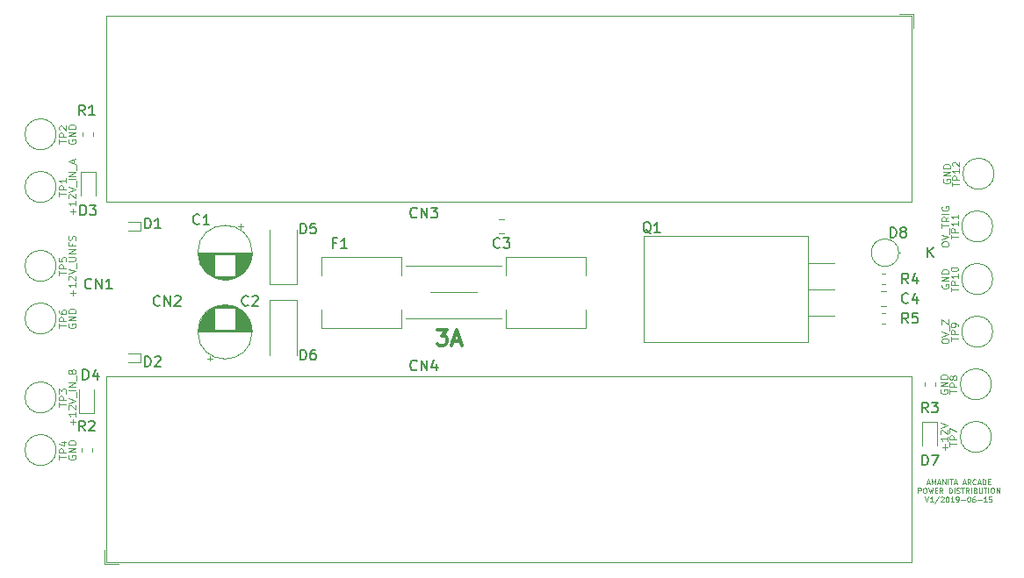
<source format=gbr>
G04 #@! TF.GenerationSoftware,KiCad,Pcbnew,5.0.2-bee76a0~70~ubuntu18.04.1*
G04 #@! TF.CreationDate,2019-06-21T09:24:01-07:00*
G04 #@! TF.ProjectId,aa-power,61612d70-6f77-4657-922e-6b696361645f,rev?*
G04 #@! TF.SameCoordinates,Original*
G04 #@! TF.FileFunction,Legend,Top*
G04 #@! TF.FilePolarity,Positive*
%FSLAX46Y46*%
G04 Gerber Fmt 4.6, Leading zero omitted, Abs format (unit mm)*
G04 Created by KiCad (PCBNEW 5.0.2-bee76a0~70~ubuntu18.04.1) date Fri 21 Jun 2019 09:24:01 AM PDT*
%MOMM*%
%LPD*%
G01*
G04 APERTURE LIST*
%ADD10C,0.076200*%
%ADD11C,0.300000*%
%ADD12C,0.120000*%
%ADD13C,0.100000*%
%ADD14C,0.150000*%
G04 APERTURE END LIST*
D10*
X189611000Y-118753466D02*
X189852904Y-118753466D01*
X189562619Y-118898609D02*
X189731952Y-118390609D01*
X189901285Y-118898609D01*
X190070619Y-118898609D02*
X190070619Y-118390609D01*
X190239952Y-118753466D01*
X190409285Y-118390609D01*
X190409285Y-118898609D01*
X190627000Y-118753466D02*
X190868904Y-118753466D01*
X190578619Y-118898609D02*
X190747952Y-118390609D01*
X190917285Y-118898609D01*
X191086619Y-118898609D02*
X191086619Y-118390609D01*
X191376904Y-118898609D01*
X191376904Y-118390609D01*
X191618809Y-118898609D02*
X191618809Y-118390609D01*
X191788142Y-118390609D02*
X192078428Y-118390609D01*
X191933285Y-118898609D02*
X191933285Y-118390609D01*
X192223571Y-118753466D02*
X192465476Y-118753466D01*
X192175190Y-118898609D02*
X192344523Y-118390609D01*
X192513857Y-118898609D01*
X193046047Y-118753466D02*
X193287952Y-118753466D01*
X192997666Y-118898609D02*
X193167000Y-118390609D01*
X193336333Y-118898609D01*
X193795952Y-118898609D02*
X193626619Y-118656704D01*
X193505666Y-118898609D02*
X193505666Y-118390609D01*
X193699190Y-118390609D01*
X193747571Y-118414800D01*
X193771761Y-118438990D01*
X193795952Y-118487371D01*
X193795952Y-118559942D01*
X193771761Y-118608323D01*
X193747571Y-118632514D01*
X193699190Y-118656704D01*
X193505666Y-118656704D01*
X194303952Y-118850228D02*
X194279761Y-118874419D01*
X194207190Y-118898609D01*
X194158809Y-118898609D01*
X194086238Y-118874419D01*
X194037857Y-118826038D01*
X194013666Y-118777657D01*
X193989476Y-118680895D01*
X193989476Y-118608323D01*
X194013666Y-118511561D01*
X194037857Y-118463180D01*
X194086238Y-118414800D01*
X194158809Y-118390609D01*
X194207190Y-118390609D01*
X194279761Y-118414800D01*
X194303952Y-118438990D01*
X194497476Y-118753466D02*
X194739380Y-118753466D01*
X194449095Y-118898609D02*
X194618428Y-118390609D01*
X194787761Y-118898609D01*
X194957095Y-118898609D02*
X194957095Y-118390609D01*
X195078047Y-118390609D01*
X195150619Y-118414800D01*
X195199000Y-118463180D01*
X195223190Y-118511561D01*
X195247380Y-118608323D01*
X195247380Y-118680895D01*
X195223190Y-118777657D01*
X195199000Y-118826038D01*
X195150619Y-118874419D01*
X195078047Y-118898609D01*
X194957095Y-118898609D01*
X195465095Y-118632514D02*
X195634428Y-118632514D01*
X195707000Y-118898609D02*
X195465095Y-118898609D01*
X195465095Y-118390609D01*
X195707000Y-118390609D01*
X188740142Y-119736809D02*
X188740142Y-119228809D01*
X188933666Y-119228809D01*
X188982047Y-119253000D01*
X189006238Y-119277190D01*
X189030428Y-119325571D01*
X189030428Y-119398142D01*
X189006238Y-119446523D01*
X188982047Y-119470714D01*
X188933666Y-119494904D01*
X188740142Y-119494904D01*
X189344904Y-119228809D02*
X189441666Y-119228809D01*
X189490047Y-119253000D01*
X189538428Y-119301380D01*
X189562619Y-119398142D01*
X189562619Y-119567476D01*
X189538428Y-119664238D01*
X189490047Y-119712619D01*
X189441666Y-119736809D01*
X189344904Y-119736809D01*
X189296523Y-119712619D01*
X189248142Y-119664238D01*
X189223952Y-119567476D01*
X189223952Y-119398142D01*
X189248142Y-119301380D01*
X189296523Y-119253000D01*
X189344904Y-119228809D01*
X189731952Y-119228809D02*
X189852904Y-119736809D01*
X189949666Y-119373952D01*
X190046428Y-119736809D01*
X190167380Y-119228809D01*
X190360904Y-119470714D02*
X190530238Y-119470714D01*
X190602809Y-119736809D02*
X190360904Y-119736809D01*
X190360904Y-119228809D01*
X190602809Y-119228809D01*
X191110809Y-119736809D02*
X190941476Y-119494904D01*
X190820523Y-119736809D02*
X190820523Y-119228809D01*
X191014047Y-119228809D01*
X191062428Y-119253000D01*
X191086619Y-119277190D01*
X191110809Y-119325571D01*
X191110809Y-119398142D01*
X191086619Y-119446523D01*
X191062428Y-119470714D01*
X191014047Y-119494904D01*
X190820523Y-119494904D01*
X191715571Y-119736809D02*
X191715571Y-119228809D01*
X191836523Y-119228809D01*
X191909095Y-119253000D01*
X191957476Y-119301380D01*
X191981666Y-119349761D01*
X192005857Y-119446523D01*
X192005857Y-119519095D01*
X191981666Y-119615857D01*
X191957476Y-119664238D01*
X191909095Y-119712619D01*
X191836523Y-119736809D01*
X191715571Y-119736809D01*
X192223571Y-119736809D02*
X192223571Y-119228809D01*
X192441285Y-119712619D02*
X192513857Y-119736809D01*
X192634809Y-119736809D01*
X192683190Y-119712619D01*
X192707380Y-119688428D01*
X192731571Y-119640047D01*
X192731571Y-119591666D01*
X192707380Y-119543285D01*
X192683190Y-119519095D01*
X192634809Y-119494904D01*
X192538047Y-119470714D01*
X192489666Y-119446523D01*
X192465476Y-119422333D01*
X192441285Y-119373952D01*
X192441285Y-119325571D01*
X192465476Y-119277190D01*
X192489666Y-119253000D01*
X192538047Y-119228809D01*
X192659000Y-119228809D01*
X192731571Y-119253000D01*
X192876714Y-119228809D02*
X193167000Y-119228809D01*
X193021857Y-119736809D02*
X193021857Y-119228809D01*
X193626619Y-119736809D02*
X193457285Y-119494904D01*
X193336333Y-119736809D02*
X193336333Y-119228809D01*
X193529857Y-119228809D01*
X193578238Y-119253000D01*
X193602428Y-119277190D01*
X193626619Y-119325571D01*
X193626619Y-119398142D01*
X193602428Y-119446523D01*
X193578238Y-119470714D01*
X193529857Y-119494904D01*
X193336333Y-119494904D01*
X193844333Y-119736809D02*
X193844333Y-119228809D01*
X194255571Y-119470714D02*
X194328142Y-119494904D01*
X194352333Y-119519095D01*
X194376523Y-119567476D01*
X194376523Y-119640047D01*
X194352333Y-119688428D01*
X194328142Y-119712619D01*
X194279761Y-119736809D01*
X194086238Y-119736809D01*
X194086238Y-119228809D01*
X194255571Y-119228809D01*
X194303952Y-119253000D01*
X194328142Y-119277190D01*
X194352333Y-119325571D01*
X194352333Y-119373952D01*
X194328142Y-119422333D01*
X194303952Y-119446523D01*
X194255571Y-119470714D01*
X194086238Y-119470714D01*
X194594238Y-119228809D02*
X194594238Y-119640047D01*
X194618428Y-119688428D01*
X194642619Y-119712619D01*
X194691000Y-119736809D01*
X194787761Y-119736809D01*
X194836142Y-119712619D01*
X194860333Y-119688428D01*
X194884523Y-119640047D01*
X194884523Y-119228809D01*
X195053857Y-119228809D02*
X195344142Y-119228809D01*
X195199000Y-119736809D02*
X195199000Y-119228809D01*
X195513476Y-119736809D02*
X195513476Y-119228809D01*
X195852142Y-119228809D02*
X195948904Y-119228809D01*
X195997285Y-119253000D01*
X196045666Y-119301380D01*
X196069857Y-119398142D01*
X196069857Y-119567476D01*
X196045666Y-119664238D01*
X195997285Y-119712619D01*
X195948904Y-119736809D01*
X195852142Y-119736809D01*
X195803761Y-119712619D01*
X195755380Y-119664238D01*
X195731190Y-119567476D01*
X195731190Y-119398142D01*
X195755380Y-119301380D01*
X195803761Y-119253000D01*
X195852142Y-119228809D01*
X196287571Y-119736809D02*
X196287571Y-119228809D01*
X196577857Y-119736809D01*
X196577857Y-119228809D01*
X189417476Y-120067009D02*
X189586809Y-120575009D01*
X189756142Y-120067009D01*
X190191571Y-120575009D02*
X189901285Y-120575009D01*
X190046428Y-120575009D02*
X190046428Y-120067009D01*
X189998047Y-120139580D01*
X189949666Y-120187961D01*
X189901285Y-120212152D01*
X190772142Y-120042819D02*
X190336714Y-120695961D01*
X190917285Y-120115390D02*
X190941476Y-120091200D01*
X190989857Y-120067009D01*
X191110809Y-120067009D01*
X191159190Y-120091200D01*
X191183380Y-120115390D01*
X191207571Y-120163771D01*
X191207571Y-120212152D01*
X191183380Y-120284723D01*
X190893095Y-120575009D01*
X191207571Y-120575009D01*
X191522047Y-120067009D02*
X191570428Y-120067009D01*
X191618809Y-120091200D01*
X191643000Y-120115390D01*
X191667190Y-120163771D01*
X191691380Y-120260533D01*
X191691380Y-120381485D01*
X191667190Y-120478247D01*
X191643000Y-120526628D01*
X191618809Y-120550819D01*
X191570428Y-120575009D01*
X191522047Y-120575009D01*
X191473666Y-120550819D01*
X191449476Y-120526628D01*
X191425285Y-120478247D01*
X191401095Y-120381485D01*
X191401095Y-120260533D01*
X191425285Y-120163771D01*
X191449476Y-120115390D01*
X191473666Y-120091200D01*
X191522047Y-120067009D01*
X192175190Y-120575009D02*
X191884904Y-120575009D01*
X192030047Y-120575009D02*
X192030047Y-120067009D01*
X191981666Y-120139580D01*
X191933285Y-120187961D01*
X191884904Y-120212152D01*
X192417095Y-120575009D02*
X192513857Y-120575009D01*
X192562238Y-120550819D01*
X192586428Y-120526628D01*
X192634809Y-120454057D01*
X192659000Y-120357295D01*
X192659000Y-120163771D01*
X192634809Y-120115390D01*
X192610619Y-120091200D01*
X192562238Y-120067009D01*
X192465476Y-120067009D01*
X192417095Y-120091200D01*
X192392904Y-120115390D01*
X192368714Y-120163771D01*
X192368714Y-120284723D01*
X192392904Y-120333104D01*
X192417095Y-120357295D01*
X192465476Y-120381485D01*
X192562238Y-120381485D01*
X192610619Y-120357295D01*
X192634809Y-120333104D01*
X192659000Y-120284723D01*
X192876714Y-120381485D02*
X193263761Y-120381485D01*
X193602428Y-120067009D02*
X193650809Y-120067009D01*
X193699190Y-120091200D01*
X193723380Y-120115390D01*
X193747571Y-120163771D01*
X193771761Y-120260533D01*
X193771761Y-120381485D01*
X193747571Y-120478247D01*
X193723380Y-120526628D01*
X193699190Y-120550819D01*
X193650809Y-120575009D01*
X193602428Y-120575009D01*
X193554047Y-120550819D01*
X193529857Y-120526628D01*
X193505666Y-120478247D01*
X193481476Y-120381485D01*
X193481476Y-120260533D01*
X193505666Y-120163771D01*
X193529857Y-120115390D01*
X193554047Y-120091200D01*
X193602428Y-120067009D01*
X194207190Y-120067009D02*
X194110428Y-120067009D01*
X194062047Y-120091200D01*
X194037857Y-120115390D01*
X193989476Y-120187961D01*
X193965285Y-120284723D01*
X193965285Y-120478247D01*
X193989476Y-120526628D01*
X194013666Y-120550819D01*
X194062047Y-120575009D01*
X194158809Y-120575009D01*
X194207190Y-120550819D01*
X194231380Y-120526628D01*
X194255571Y-120478247D01*
X194255571Y-120357295D01*
X194231380Y-120308914D01*
X194207190Y-120284723D01*
X194158809Y-120260533D01*
X194062047Y-120260533D01*
X194013666Y-120284723D01*
X193989476Y-120308914D01*
X193965285Y-120357295D01*
X194473285Y-120381485D02*
X194860333Y-120381485D01*
X195368333Y-120575009D02*
X195078047Y-120575009D01*
X195223190Y-120575009D02*
X195223190Y-120067009D01*
X195174809Y-120139580D01*
X195126428Y-120187961D01*
X195078047Y-120212152D01*
X195827952Y-120067009D02*
X195586047Y-120067009D01*
X195561857Y-120308914D01*
X195586047Y-120284723D01*
X195634428Y-120260533D01*
X195755380Y-120260533D01*
X195803761Y-120284723D01*
X195827952Y-120308914D01*
X195852142Y-120357295D01*
X195852142Y-120478247D01*
X195827952Y-120526628D01*
X195803761Y-120550819D01*
X195755380Y-120575009D01*
X195634428Y-120575009D01*
X195586047Y-120550819D01*
X195561857Y-120526628D01*
D11*
X142367142Y-103953571D02*
X143295714Y-103953571D01*
X142795714Y-104525000D01*
X143010000Y-104525000D01*
X143152857Y-104596428D01*
X143224285Y-104667857D01*
X143295714Y-104810714D01*
X143295714Y-105167857D01*
X143224285Y-105310714D01*
X143152857Y-105382142D01*
X143010000Y-105453571D01*
X142581428Y-105453571D01*
X142438571Y-105382142D01*
X142367142Y-105310714D01*
X143867142Y-105025000D02*
X144581428Y-105025000D01*
X143724285Y-105453571D02*
X144224285Y-103953571D01*
X144724285Y-105453571D01*
D12*
G04 #@! TO.C,D8*
X186873371Y-96520000D02*
G75*
G03X186873371Y-96520000I-1326371J0D01*
G01*
X186873371Y-96520000D02*
X186987000Y-96520000D01*
G04 #@! TO.C,TP12*
X196064000Y-88900000D02*
G75*
G03X196064000Y-88900000I-1500000J0D01*
G01*
G04 #@! TO.C,TP10*
X195937000Y-99060000D02*
G75*
G03X195937000Y-99060000I-1500000J0D01*
G01*
G04 #@! TO.C,TP9*
X195937000Y-104140000D02*
G75*
G03X195937000Y-104140000I-1500000J0D01*
G01*
G04 #@! TO.C,TP8*
X195810000Y-109220000D02*
G75*
G03X195810000Y-109220000I-1500000J0D01*
G01*
G04 #@! TO.C,TP11*
X195937000Y-93980000D02*
G75*
G03X195937000Y-93980000I-1500000J0D01*
G01*
G04 #@! TO.C,TP7*
X195810000Y-114300000D02*
G75*
G03X195810000Y-114300000I-1500000J0D01*
G01*
G04 #@! TO.C,TP6*
X105640000Y-102870000D02*
G75*
G03X105640000Y-102870000I-1500000J0D01*
G01*
G04 #@! TO.C,TP5*
X105640000Y-97790000D02*
G75*
G03X105640000Y-97790000I-1500000J0D01*
G01*
G04 #@! TO.C,TP4*
X105640000Y-115570000D02*
G75*
G03X105640000Y-115570000I-1500000J0D01*
G01*
G04 #@! TO.C,TP3*
X105640000Y-110490000D02*
G75*
G03X105640000Y-110490000I-1500000J0D01*
G01*
G04 #@! TO.C,TP2*
X105640000Y-85090000D02*
G75*
G03X105640000Y-85090000I-1500000J0D01*
G01*
G04 #@! TO.C,TP1*
X105640000Y-90170000D02*
G75*
G03X105640000Y-90170000I-1500000J0D01*
G01*
G04 #@! TO.C,Q1*
X178152162Y-105172621D02*
X178152162Y-94932621D01*
X162262162Y-105172621D02*
X162262162Y-94932621D01*
X162262162Y-105172621D02*
X178152162Y-105172621D01*
X162262162Y-94932621D02*
X178152162Y-94932621D01*
X178152162Y-102592621D02*
X180692162Y-102592621D01*
X178152162Y-100052621D02*
X180692162Y-100052621D01*
X178152162Y-97512621D02*
X180692162Y-97512621D01*
G04 #@! TO.C,C4*
X185678578Y-101675000D02*
X185161422Y-101675000D01*
X185678578Y-100255000D02*
X185161422Y-100255000D01*
G04 #@! TO.C,C2*
X120195000Y-106714775D02*
X120695000Y-106714775D01*
X120445000Y-106964775D02*
X120445000Y-106464775D01*
X121636000Y-101559000D02*
X122204000Y-101559000D01*
X121402000Y-101599000D02*
X122438000Y-101599000D01*
X121243000Y-101639000D02*
X122597000Y-101639000D01*
X121115000Y-101679000D02*
X122725000Y-101679000D01*
X121005000Y-101719000D02*
X122835000Y-101719000D01*
X120909000Y-101759000D02*
X122931000Y-101759000D01*
X120822000Y-101799000D02*
X123018000Y-101799000D01*
X120742000Y-101839000D02*
X123098000Y-101839000D01*
X122960000Y-101879000D02*
X123171000Y-101879000D01*
X120669000Y-101879000D02*
X120880000Y-101879000D01*
X122960000Y-101919000D02*
X123239000Y-101919000D01*
X120601000Y-101919000D02*
X120880000Y-101919000D01*
X122960000Y-101959000D02*
X123303000Y-101959000D01*
X120537000Y-101959000D02*
X120880000Y-101959000D01*
X122960000Y-101999000D02*
X123363000Y-101999000D01*
X120477000Y-101999000D02*
X120880000Y-101999000D01*
X122960000Y-102039000D02*
X123420000Y-102039000D01*
X120420000Y-102039000D02*
X120880000Y-102039000D01*
X122960000Y-102079000D02*
X123474000Y-102079000D01*
X120366000Y-102079000D02*
X120880000Y-102079000D01*
X122960000Y-102119000D02*
X123525000Y-102119000D01*
X120315000Y-102119000D02*
X120880000Y-102119000D01*
X122960000Y-102159000D02*
X123573000Y-102159000D01*
X120267000Y-102159000D02*
X120880000Y-102159000D01*
X122960000Y-102199000D02*
X123619000Y-102199000D01*
X120221000Y-102199000D02*
X120880000Y-102199000D01*
X122960000Y-102239000D02*
X123663000Y-102239000D01*
X120177000Y-102239000D02*
X120880000Y-102239000D01*
X122960000Y-102279000D02*
X123705000Y-102279000D01*
X120135000Y-102279000D02*
X120880000Y-102279000D01*
X122960000Y-102319000D02*
X123746000Y-102319000D01*
X120094000Y-102319000D02*
X120880000Y-102319000D01*
X122960000Y-102359000D02*
X123784000Y-102359000D01*
X120056000Y-102359000D02*
X120880000Y-102359000D01*
X122960000Y-102399000D02*
X123821000Y-102399000D01*
X120019000Y-102399000D02*
X120880000Y-102399000D01*
X122960000Y-102439000D02*
X123857000Y-102439000D01*
X119983000Y-102439000D02*
X120880000Y-102439000D01*
X122960000Y-102479000D02*
X123891000Y-102479000D01*
X119949000Y-102479000D02*
X120880000Y-102479000D01*
X122960000Y-102519000D02*
X123924000Y-102519000D01*
X119916000Y-102519000D02*
X120880000Y-102519000D01*
X122960000Y-102559000D02*
X123955000Y-102559000D01*
X119885000Y-102559000D02*
X120880000Y-102559000D01*
X122960000Y-102599000D02*
X123985000Y-102599000D01*
X119855000Y-102599000D02*
X120880000Y-102599000D01*
X122960000Y-102639000D02*
X124015000Y-102639000D01*
X119825000Y-102639000D02*
X120880000Y-102639000D01*
X122960000Y-102679000D02*
X124042000Y-102679000D01*
X119798000Y-102679000D02*
X120880000Y-102679000D01*
X122960000Y-102719000D02*
X124069000Y-102719000D01*
X119771000Y-102719000D02*
X120880000Y-102719000D01*
X122960000Y-102759000D02*
X124095000Y-102759000D01*
X119745000Y-102759000D02*
X120880000Y-102759000D01*
X122960000Y-102799000D02*
X124120000Y-102799000D01*
X119720000Y-102799000D02*
X120880000Y-102799000D01*
X122960000Y-102839000D02*
X124144000Y-102839000D01*
X119696000Y-102839000D02*
X120880000Y-102839000D01*
X122960000Y-102879000D02*
X124167000Y-102879000D01*
X119673000Y-102879000D02*
X120880000Y-102879000D01*
X122960000Y-102919000D02*
X124188000Y-102919000D01*
X119652000Y-102919000D02*
X120880000Y-102919000D01*
X122960000Y-102959000D02*
X124210000Y-102959000D01*
X119630000Y-102959000D02*
X120880000Y-102959000D01*
X122960000Y-102999000D02*
X124230000Y-102999000D01*
X119610000Y-102999000D02*
X120880000Y-102999000D01*
X122960000Y-103039000D02*
X124249000Y-103039000D01*
X119591000Y-103039000D02*
X120880000Y-103039000D01*
X122960000Y-103079000D02*
X124268000Y-103079000D01*
X119572000Y-103079000D02*
X120880000Y-103079000D01*
X122960000Y-103119000D02*
X124285000Y-103119000D01*
X119555000Y-103119000D02*
X120880000Y-103119000D01*
X122960000Y-103159000D02*
X124302000Y-103159000D01*
X119538000Y-103159000D02*
X120880000Y-103159000D01*
X122960000Y-103199000D02*
X124318000Y-103199000D01*
X119522000Y-103199000D02*
X120880000Y-103199000D01*
X122960000Y-103239000D02*
X124334000Y-103239000D01*
X119506000Y-103239000D02*
X120880000Y-103239000D01*
X122960000Y-103279000D02*
X124348000Y-103279000D01*
X119492000Y-103279000D02*
X120880000Y-103279000D01*
X122960000Y-103319000D02*
X124362000Y-103319000D01*
X119478000Y-103319000D02*
X120880000Y-103319000D01*
X122960000Y-103359000D02*
X124375000Y-103359000D01*
X119465000Y-103359000D02*
X120880000Y-103359000D01*
X122960000Y-103399000D02*
X124388000Y-103399000D01*
X119452000Y-103399000D02*
X120880000Y-103399000D01*
X122960000Y-103439000D02*
X124400000Y-103439000D01*
X119440000Y-103439000D02*
X120880000Y-103439000D01*
X122960000Y-103480000D02*
X124411000Y-103480000D01*
X119429000Y-103480000D02*
X120880000Y-103480000D01*
X122960000Y-103520000D02*
X124421000Y-103520000D01*
X119419000Y-103520000D02*
X120880000Y-103520000D01*
X122960000Y-103560000D02*
X124431000Y-103560000D01*
X119409000Y-103560000D02*
X120880000Y-103560000D01*
X122960000Y-103600000D02*
X124440000Y-103600000D01*
X119400000Y-103600000D02*
X120880000Y-103600000D01*
X122960000Y-103640000D02*
X124448000Y-103640000D01*
X119392000Y-103640000D02*
X120880000Y-103640000D01*
X122960000Y-103680000D02*
X124456000Y-103680000D01*
X119384000Y-103680000D02*
X120880000Y-103680000D01*
X122960000Y-103720000D02*
X124463000Y-103720000D01*
X119377000Y-103720000D02*
X120880000Y-103720000D01*
X122960000Y-103760000D02*
X124470000Y-103760000D01*
X119370000Y-103760000D02*
X120880000Y-103760000D01*
X122960000Y-103800000D02*
X124476000Y-103800000D01*
X119364000Y-103800000D02*
X120880000Y-103800000D01*
X122960000Y-103840000D02*
X124481000Y-103840000D01*
X119359000Y-103840000D02*
X120880000Y-103840000D01*
X122960000Y-103880000D02*
X124485000Y-103880000D01*
X119355000Y-103880000D02*
X120880000Y-103880000D01*
X122960000Y-103920000D02*
X124489000Y-103920000D01*
X119351000Y-103920000D02*
X120880000Y-103920000D01*
X119347000Y-103960000D02*
X124493000Y-103960000D01*
X119344000Y-104000000D02*
X124496000Y-104000000D01*
X119342000Y-104040000D02*
X124498000Y-104040000D01*
X119341000Y-104080000D02*
X124499000Y-104080000D01*
X119340000Y-104120000D02*
X124500000Y-104120000D01*
X119340000Y-104160000D02*
X124500000Y-104160000D01*
X124540000Y-104160000D02*
G75*
G03X124540000Y-104160000I-2620000J0D01*
G01*
G04 #@! TO.C,C1*
X124540000Y-96500000D02*
G75*
G03X124540000Y-96500000I-2620000J0D01*
G01*
X124500000Y-96500000D02*
X119340000Y-96500000D01*
X124500000Y-96540000D02*
X119340000Y-96540000D01*
X124499000Y-96580000D02*
X119341000Y-96580000D01*
X124498000Y-96620000D02*
X119342000Y-96620000D01*
X124496000Y-96660000D02*
X119344000Y-96660000D01*
X124493000Y-96700000D02*
X119347000Y-96700000D01*
X124489000Y-96740000D02*
X122960000Y-96740000D01*
X120880000Y-96740000D02*
X119351000Y-96740000D01*
X124485000Y-96780000D02*
X122960000Y-96780000D01*
X120880000Y-96780000D02*
X119355000Y-96780000D01*
X124481000Y-96820000D02*
X122960000Y-96820000D01*
X120880000Y-96820000D02*
X119359000Y-96820000D01*
X124476000Y-96860000D02*
X122960000Y-96860000D01*
X120880000Y-96860000D02*
X119364000Y-96860000D01*
X124470000Y-96900000D02*
X122960000Y-96900000D01*
X120880000Y-96900000D02*
X119370000Y-96900000D01*
X124463000Y-96940000D02*
X122960000Y-96940000D01*
X120880000Y-96940000D02*
X119377000Y-96940000D01*
X124456000Y-96980000D02*
X122960000Y-96980000D01*
X120880000Y-96980000D02*
X119384000Y-96980000D01*
X124448000Y-97020000D02*
X122960000Y-97020000D01*
X120880000Y-97020000D02*
X119392000Y-97020000D01*
X124440000Y-97060000D02*
X122960000Y-97060000D01*
X120880000Y-97060000D02*
X119400000Y-97060000D01*
X124431000Y-97100000D02*
X122960000Y-97100000D01*
X120880000Y-97100000D02*
X119409000Y-97100000D01*
X124421000Y-97140000D02*
X122960000Y-97140000D01*
X120880000Y-97140000D02*
X119419000Y-97140000D01*
X124411000Y-97180000D02*
X122960000Y-97180000D01*
X120880000Y-97180000D02*
X119429000Y-97180000D01*
X124400000Y-97221000D02*
X122960000Y-97221000D01*
X120880000Y-97221000D02*
X119440000Y-97221000D01*
X124388000Y-97261000D02*
X122960000Y-97261000D01*
X120880000Y-97261000D02*
X119452000Y-97261000D01*
X124375000Y-97301000D02*
X122960000Y-97301000D01*
X120880000Y-97301000D02*
X119465000Y-97301000D01*
X124362000Y-97341000D02*
X122960000Y-97341000D01*
X120880000Y-97341000D02*
X119478000Y-97341000D01*
X124348000Y-97381000D02*
X122960000Y-97381000D01*
X120880000Y-97381000D02*
X119492000Y-97381000D01*
X124334000Y-97421000D02*
X122960000Y-97421000D01*
X120880000Y-97421000D02*
X119506000Y-97421000D01*
X124318000Y-97461000D02*
X122960000Y-97461000D01*
X120880000Y-97461000D02*
X119522000Y-97461000D01*
X124302000Y-97501000D02*
X122960000Y-97501000D01*
X120880000Y-97501000D02*
X119538000Y-97501000D01*
X124285000Y-97541000D02*
X122960000Y-97541000D01*
X120880000Y-97541000D02*
X119555000Y-97541000D01*
X124268000Y-97581000D02*
X122960000Y-97581000D01*
X120880000Y-97581000D02*
X119572000Y-97581000D01*
X124249000Y-97621000D02*
X122960000Y-97621000D01*
X120880000Y-97621000D02*
X119591000Y-97621000D01*
X124230000Y-97661000D02*
X122960000Y-97661000D01*
X120880000Y-97661000D02*
X119610000Y-97661000D01*
X124210000Y-97701000D02*
X122960000Y-97701000D01*
X120880000Y-97701000D02*
X119630000Y-97701000D01*
X124188000Y-97741000D02*
X122960000Y-97741000D01*
X120880000Y-97741000D02*
X119652000Y-97741000D01*
X124167000Y-97781000D02*
X122960000Y-97781000D01*
X120880000Y-97781000D02*
X119673000Y-97781000D01*
X124144000Y-97821000D02*
X122960000Y-97821000D01*
X120880000Y-97821000D02*
X119696000Y-97821000D01*
X124120000Y-97861000D02*
X122960000Y-97861000D01*
X120880000Y-97861000D02*
X119720000Y-97861000D01*
X124095000Y-97901000D02*
X122960000Y-97901000D01*
X120880000Y-97901000D02*
X119745000Y-97901000D01*
X124069000Y-97941000D02*
X122960000Y-97941000D01*
X120880000Y-97941000D02*
X119771000Y-97941000D01*
X124042000Y-97981000D02*
X122960000Y-97981000D01*
X120880000Y-97981000D02*
X119798000Y-97981000D01*
X124015000Y-98021000D02*
X122960000Y-98021000D01*
X120880000Y-98021000D02*
X119825000Y-98021000D01*
X123985000Y-98061000D02*
X122960000Y-98061000D01*
X120880000Y-98061000D02*
X119855000Y-98061000D01*
X123955000Y-98101000D02*
X122960000Y-98101000D01*
X120880000Y-98101000D02*
X119885000Y-98101000D01*
X123924000Y-98141000D02*
X122960000Y-98141000D01*
X120880000Y-98141000D02*
X119916000Y-98141000D01*
X123891000Y-98181000D02*
X122960000Y-98181000D01*
X120880000Y-98181000D02*
X119949000Y-98181000D01*
X123857000Y-98221000D02*
X122960000Y-98221000D01*
X120880000Y-98221000D02*
X119983000Y-98221000D01*
X123821000Y-98261000D02*
X122960000Y-98261000D01*
X120880000Y-98261000D02*
X120019000Y-98261000D01*
X123784000Y-98301000D02*
X122960000Y-98301000D01*
X120880000Y-98301000D02*
X120056000Y-98301000D01*
X123746000Y-98341000D02*
X122960000Y-98341000D01*
X120880000Y-98341000D02*
X120094000Y-98341000D01*
X123705000Y-98381000D02*
X122960000Y-98381000D01*
X120880000Y-98381000D02*
X120135000Y-98381000D01*
X123663000Y-98421000D02*
X122960000Y-98421000D01*
X120880000Y-98421000D02*
X120177000Y-98421000D01*
X123619000Y-98461000D02*
X122960000Y-98461000D01*
X120880000Y-98461000D02*
X120221000Y-98461000D01*
X123573000Y-98501000D02*
X122960000Y-98501000D01*
X120880000Y-98501000D02*
X120267000Y-98501000D01*
X123525000Y-98541000D02*
X122960000Y-98541000D01*
X120880000Y-98541000D02*
X120315000Y-98541000D01*
X123474000Y-98581000D02*
X122960000Y-98581000D01*
X120880000Y-98581000D02*
X120366000Y-98581000D01*
X123420000Y-98621000D02*
X122960000Y-98621000D01*
X120880000Y-98621000D02*
X120420000Y-98621000D01*
X123363000Y-98661000D02*
X122960000Y-98661000D01*
X120880000Y-98661000D02*
X120477000Y-98661000D01*
X123303000Y-98701000D02*
X122960000Y-98701000D01*
X120880000Y-98701000D02*
X120537000Y-98701000D01*
X123239000Y-98741000D02*
X122960000Y-98741000D01*
X120880000Y-98741000D02*
X120601000Y-98741000D01*
X123171000Y-98781000D02*
X122960000Y-98781000D01*
X120880000Y-98781000D02*
X120669000Y-98781000D01*
X123098000Y-98821000D02*
X120742000Y-98821000D01*
X123018000Y-98861000D02*
X120822000Y-98861000D01*
X122931000Y-98901000D02*
X120909000Y-98901000D01*
X122835000Y-98941000D02*
X121005000Y-98941000D01*
X122725000Y-98981000D02*
X121115000Y-98981000D01*
X122597000Y-99021000D02*
X121243000Y-99021000D01*
X122438000Y-99061000D02*
X121402000Y-99061000D01*
X122204000Y-99101000D02*
X121636000Y-99101000D01*
X123395000Y-93695225D02*
X123395000Y-94195225D01*
X123645000Y-93945225D02*
X123145000Y-93945225D01*
G04 #@! TO.C,C3*
X148848578Y-94690000D02*
X148331422Y-94690000D01*
X148848578Y-93270000D02*
X148331422Y-93270000D01*
G04 #@! TO.C,D3*
X109447000Y-90970000D02*
X109447000Y-88685000D01*
X109447000Y-88685000D02*
X107977000Y-88685000D01*
X107977000Y-88685000D02*
X107977000Y-90970000D01*
G04 #@! TO.C,D4*
X109320000Y-111975000D02*
X109320000Y-109690000D01*
X107850000Y-111975000D02*
X109320000Y-111975000D01*
X107850000Y-109690000D02*
X107850000Y-111975000D01*
G04 #@! TO.C,D7*
X190600000Y-115100000D02*
X190600000Y-112815000D01*
X190600000Y-112815000D02*
X189130000Y-112815000D01*
X189130000Y-112815000D02*
X189130000Y-115100000D01*
G04 #@! TO.C,R5*
X185582779Y-103380000D02*
X185257221Y-103380000D01*
X185582779Y-102360000D02*
X185257221Y-102360000D01*
G04 #@! TO.C,R4*
X185257221Y-99570000D02*
X185582779Y-99570000D01*
X185257221Y-98550000D02*
X185582779Y-98550000D01*
G04 #@! TO.C,R2*
X108075000Y-115732779D02*
X108075000Y-115407221D01*
X109095000Y-115732779D02*
X109095000Y-115407221D01*
G04 #@! TO.C,R1*
X108202000Y-84927221D02*
X108202000Y-85252779D01*
X109222000Y-84927221D02*
X109222000Y-85252779D01*
G04 #@! TO.C,R3*
X190375000Y-109057221D02*
X190375000Y-109382779D01*
X189355000Y-109057221D02*
X189355000Y-109382779D01*
G04 #@! TO.C,D5*
X126208000Y-99570000D02*
X126208000Y-94270000D01*
X128808000Y-99570000D02*
X128808000Y-94270000D01*
X126208000Y-99570000D02*
X128808000Y-99570000D01*
G04 #@! TO.C,D6*
X128808000Y-101090000D02*
X126208000Y-101090000D01*
X126208000Y-101090000D02*
X126208000Y-106390000D01*
X128808000Y-101090000D02*
X128808000Y-106390000D01*
G04 #@! TO.C,D2*
X113780000Y-107130000D02*
X112580000Y-107130000D01*
X113780000Y-106230000D02*
X112580000Y-106230000D01*
X113780000Y-107130000D02*
X113780000Y-106230000D01*
G04 #@! TO.C,D1*
X113780000Y-94430000D02*
X113780000Y-93530000D01*
X113780000Y-93530000D02*
X112580000Y-93530000D01*
X113780000Y-94430000D02*
X112580000Y-94430000D01*
G04 #@! TO.C,F1*
X148590000Y-102870000D02*
X139319000Y-102870000D01*
X139319000Y-97790000D02*
X148590000Y-97790000D01*
X146177000Y-100330000D02*
X141732000Y-100330000D01*
X148971000Y-103759000D02*
X156718000Y-103759000D01*
X148971000Y-101981000D02*
X148971000Y-103751000D01*
X156718000Y-96901000D02*
X148971000Y-96901000D01*
X156718000Y-103751000D02*
X156718000Y-101981000D01*
X148971000Y-98679000D02*
X148971000Y-96901000D01*
X156718000Y-96901000D02*
X156718000Y-98679000D01*
X131191000Y-98679000D02*
X131191000Y-96901000D01*
X131191000Y-101981000D02*
X131191000Y-103751000D01*
X138938000Y-96901000D02*
X131191000Y-96901000D01*
X138938000Y-96901000D02*
X138938000Y-98679000D01*
X131191000Y-103759000D02*
X138938000Y-103759000D01*
X138938000Y-103751000D02*
X138938000Y-101981000D01*
D13*
G04 #@! TO.C,CN3*
X188264800Y-73482200D02*
X186944000Y-73482200D01*
X188264800Y-74803000D02*
X188264800Y-73482200D01*
X188087000Y-73660000D02*
X188087000Y-91567000D01*
X110490000Y-73660000D02*
X188087000Y-73660000D01*
X110490000Y-91567000D02*
X110490000Y-73660000D01*
X188087000Y-91567000D02*
X110490000Y-91567000D01*
G04 #@! TO.C,CN4*
X110490000Y-108458000D02*
X188087000Y-108458000D01*
X188087000Y-108458000D02*
X188087000Y-126365000D01*
X188087000Y-126365000D02*
X110490000Y-126365000D01*
X110490000Y-126365000D02*
X110490000Y-108458000D01*
X110312200Y-125222000D02*
X110312200Y-126542800D01*
X110312200Y-126542800D02*
X111633000Y-126542800D01*
G04 #@! TO.C,D8*
D14*
X186078904Y-95067380D02*
X186078904Y-94067380D01*
X186317000Y-94067380D01*
X186459857Y-94115000D01*
X186555095Y-94210238D01*
X186602714Y-94305476D01*
X186650333Y-94495952D01*
X186650333Y-94638809D01*
X186602714Y-94829285D01*
X186555095Y-94924523D01*
X186459857Y-95019761D01*
X186317000Y-95067380D01*
X186078904Y-95067380D01*
X187221761Y-94495952D02*
X187126523Y-94448333D01*
X187078904Y-94400714D01*
X187031285Y-94305476D01*
X187031285Y-94257857D01*
X187078904Y-94162619D01*
X187126523Y-94115000D01*
X187221761Y-94067380D01*
X187412238Y-94067380D01*
X187507476Y-94115000D01*
X187555095Y-94162619D01*
X187602714Y-94257857D01*
X187602714Y-94305476D01*
X187555095Y-94400714D01*
X187507476Y-94448333D01*
X187412238Y-94495952D01*
X187221761Y-94495952D01*
X187126523Y-94543571D01*
X187078904Y-94591190D01*
X187031285Y-94686428D01*
X187031285Y-94876904D01*
X187078904Y-94972142D01*
X187126523Y-95019761D01*
X187221761Y-95067380D01*
X187412238Y-95067380D01*
X187507476Y-95019761D01*
X187555095Y-94972142D01*
X187602714Y-94876904D01*
X187602714Y-94686428D01*
X187555095Y-94591190D01*
X187507476Y-94543571D01*
X187412238Y-94495952D01*
X189625095Y-96972380D02*
X189625095Y-95972380D01*
X190196523Y-96972380D02*
X189767952Y-96400952D01*
X190196523Y-95972380D02*
X189625095Y-96543809D01*
G04 #@! TO.C,TP12*
D13*
X192021666Y-90116666D02*
X192021666Y-89716666D01*
X192721666Y-89916666D02*
X192021666Y-89916666D01*
X192721666Y-89483333D02*
X192021666Y-89483333D01*
X192021666Y-89216666D01*
X192055000Y-89150000D01*
X192088333Y-89116666D01*
X192155000Y-89083333D01*
X192255000Y-89083333D01*
X192321666Y-89116666D01*
X192355000Y-89150000D01*
X192388333Y-89216666D01*
X192388333Y-89483333D01*
X192721666Y-88416666D02*
X192721666Y-88816666D01*
X192721666Y-88616666D02*
X192021666Y-88616666D01*
X192121666Y-88683333D01*
X192188333Y-88750000D01*
X192221666Y-88816666D01*
X192088333Y-88150000D02*
X192055000Y-88116666D01*
X192021666Y-88050000D01*
X192021666Y-87883333D01*
X192055000Y-87816666D01*
X192088333Y-87783333D01*
X192155000Y-87750000D01*
X192221666Y-87750000D01*
X192321666Y-87783333D01*
X192721666Y-88183333D01*
X192721666Y-87750000D01*
X191166000Y-89433333D02*
X191132666Y-89500000D01*
X191132666Y-89600000D01*
X191166000Y-89700000D01*
X191232666Y-89766666D01*
X191299333Y-89800000D01*
X191432666Y-89833333D01*
X191532666Y-89833333D01*
X191666000Y-89800000D01*
X191732666Y-89766666D01*
X191799333Y-89700000D01*
X191832666Y-89600000D01*
X191832666Y-89533333D01*
X191799333Y-89433333D01*
X191766000Y-89400000D01*
X191532666Y-89400000D01*
X191532666Y-89533333D01*
X191832666Y-89100000D02*
X191132666Y-89100000D01*
X191832666Y-88700000D01*
X191132666Y-88700000D01*
X191832666Y-88366666D02*
X191132666Y-88366666D01*
X191132666Y-88200000D01*
X191166000Y-88100000D01*
X191232666Y-88033333D01*
X191299333Y-88000000D01*
X191432666Y-87966666D01*
X191532666Y-87966666D01*
X191666000Y-88000000D01*
X191732666Y-88033333D01*
X191799333Y-88100000D01*
X191832666Y-88200000D01*
X191832666Y-88366666D01*
G04 #@! TO.C,TP10*
X191894666Y-100276666D02*
X191894666Y-99876666D01*
X192594666Y-100076666D02*
X191894666Y-100076666D01*
X192594666Y-99643333D02*
X191894666Y-99643333D01*
X191894666Y-99376666D01*
X191928000Y-99310000D01*
X191961333Y-99276666D01*
X192028000Y-99243333D01*
X192128000Y-99243333D01*
X192194666Y-99276666D01*
X192228000Y-99310000D01*
X192261333Y-99376666D01*
X192261333Y-99643333D01*
X192594666Y-98576666D02*
X192594666Y-98976666D01*
X192594666Y-98776666D02*
X191894666Y-98776666D01*
X191994666Y-98843333D01*
X192061333Y-98910000D01*
X192094666Y-98976666D01*
X191894666Y-98143333D02*
X191894666Y-98076666D01*
X191928000Y-98010000D01*
X191961333Y-97976666D01*
X192028000Y-97943333D01*
X192161333Y-97910000D01*
X192328000Y-97910000D01*
X192461333Y-97943333D01*
X192528000Y-97976666D01*
X192561333Y-98010000D01*
X192594666Y-98076666D01*
X192594666Y-98143333D01*
X192561333Y-98210000D01*
X192528000Y-98243333D01*
X192461333Y-98276666D01*
X192328000Y-98310000D01*
X192161333Y-98310000D01*
X192028000Y-98276666D01*
X191961333Y-98243333D01*
X191928000Y-98210000D01*
X191894666Y-98143333D01*
X191039000Y-99593333D02*
X191005666Y-99660000D01*
X191005666Y-99760000D01*
X191039000Y-99860000D01*
X191105666Y-99926666D01*
X191172333Y-99960000D01*
X191305666Y-99993333D01*
X191405666Y-99993333D01*
X191539000Y-99960000D01*
X191605666Y-99926666D01*
X191672333Y-99860000D01*
X191705666Y-99760000D01*
X191705666Y-99693333D01*
X191672333Y-99593333D01*
X191639000Y-99560000D01*
X191405666Y-99560000D01*
X191405666Y-99693333D01*
X191705666Y-99260000D02*
X191005666Y-99260000D01*
X191705666Y-98860000D01*
X191005666Y-98860000D01*
X191705666Y-98526666D02*
X191005666Y-98526666D01*
X191005666Y-98360000D01*
X191039000Y-98260000D01*
X191105666Y-98193333D01*
X191172333Y-98160000D01*
X191305666Y-98126666D01*
X191405666Y-98126666D01*
X191539000Y-98160000D01*
X191605666Y-98193333D01*
X191672333Y-98260000D01*
X191705666Y-98360000D01*
X191705666Y-98526666D01*
G04 #@! TO.C,TP9*
X191894666Y-105023333D02*
X191894666Y-104623333D01*
X192594666Y-104823333D02*
X191894666Y-104823333D01*
X192594666Y-104390000D02*
X191894666Y-104390000D01*
X191894666Y-104123333D01*
X191928000Y-104056666D01*
X191961333Y-104023333D01*
X192028000Y-103990000D01*
X192128000Y-103990000D01*
X192194666Y-104023333D01*
X192228000Y-104056666D01*
X192261333Y-104123333D01*
X192261333Y-104390000D01*
X192594666Y-103656666D02*
X192594666Y-103523333D01*
X192561333Y-103456666D01*
X192528000Y-103423333D01*
X192428000Y-103356666D01*
X192294666Y-103323333D01*
X192028000Y-103323333D01*
X191961333Y-103356666D01*
X191928000Y-103390000D01*
X191894666Y-103456666D01*
X191894666Y-103590000D01*
X191928000Y-103656666D01*
X191961333Y-103690000D01*
X192028000Y-103723333D01*
X192194666Y-103723333D01*
X192261333Y-103690000D01*
X192294666Y-103656666D01*
X192328000Y-103590000D01*
X192328000Y-103456666D01*
X192294666Y-103390000D01*
X192261333Y-103356666D01*
X192194666Y-103323333D01*
X191005666Y-105106666D02*
X191005666Y-104973333D01*
X191039000Y-104906666D01*
X191105666Y-104840000D01*
X191239000Y-104806666D01*
X191472333Y-104806666D01*
X191605666Y-104840000D01*
X191672333Y-104906666D01*
X191705666Y-104973333D01*
X191705666Y-105106666D01*
X191672333Y-105173333D01*
X191605666Y-105240000D01*
X191472333Y-105273333D01*
X191239000Y-105273333D01*
X191105666Y-105240000D01*
X191039000Y-105173333D01*
X191005666Y-105106666D01*
X191005666Y-104606666D02*
X191705666Y-104373333D01*
X191005666Y-104140000D01*
X191772333Y-104073333D02*
X191772333Y-103540000D01*
X191005666Y-103440000D02*
X191005666Y-102973333D01*
X191705666Y-103440000D01*
X191705666Y-102973333D01*
G04 #@! TO.C,TP8*
X191767666Y-110103333D02*
X191767666Y-109703333D01*
X192467666Y-109903333D02*
X191767666Y-109903333D01*
X192467666Y-109470000D02*
X191767666Y-109470000D01*
X191767666Y-109203333D01*
X191801000Y-109136666D01*
X191834333Y-109103333D01*
X191901000Y-109070000D01*
X192001000Y-109070000D01*
X192067666Y-109103333D01*
X192101000Y-109136666D01*
X192134333Y-109203333D01*
X192134333Y-109470000D01*
X192067666Y-108670000D02*
X192034333Y-108736666D01*
X192001000Y-108770000D01*
X191934333Y-108803333D01*
X191901000Y-108803333D01*
X191834333Y-108770000D01*
X191801000Y-108736666D01*
X191767666Y-108670000D01*
X191767666Y-108536666D01*
X191801000Y-108470000D01*
X191834333Y-108436666D01*
X191901000Y-108403333D01*
X191934333Y-108403333D01*
X192001000Y-108436666D01*
X192034333Y-108470000D01*
X192067666Y-108536666D01*
X192067666Y-108670000D01*
X192101000Y-108736666D01*
X192134333Y-108770000D01*
X192201000Y-108803333D01*
X192334333Y-108803333D01*
X192401000Y-108770000D01*
X192434333Y-108736666D01*
X192467666Y-108670000D01*
X192467666Y-108536666D01*
X192434333Y-108470000D01*
X192401000Y-108436666D01*
X192334333Y-108403333D01*
X192201000Y-108403333D01*
X192134333Y-108436666D01*
X192101000Y-108470000D01*
X192067666Y-108536666D01*
X190912000Y-109753333D02*
X190878666Y-109820000D01*
X190878666Y-109920000D01*
X190912000Y-110020000D01*
X190978666Y-110086666D01*
X191045333Y-110120000D01*
X191178666Y-110153333D01*
X191278666Y-110153333D01*
X191412000Y-110120000D01*
X191478666Y-110086666D01*
X191545333Y-110020000D01*
X191578666Y-109920000D01*
X191578666Y-109853333D01*
X191545333Y-109753333D01*
X191512000Y-109720000D01*
X191278666Y-109720000D01*
X191278666Y-109853333D01*
X191578666Y-109420000D02*
X190878666Y-109420000D01*
X191578666Y-109020000D01*
X190878666Y-109020000D01*
X191578666Y-108686666D02*
X190878666Y-108686666D01*
X190878666Y-108520000D01*
X190912000Y-108420000D01*
X190978666Y-108353333D01*
X191045333Y-108320000D01*
X191178666Y-108286666D01*
X191278666Y-108286666D01*
X191412000Y-108320000D01*
X191478666Y-108353333D01*
X191545333Y-108420000D01*
X191578666Y-108520000D01*
X191578666Y-108686666D01*
G04 #@! TO.C,TP11*
X191894666Y-95196666D02*
X191894666Y-94796666D01*
X192594666Y-94996666D02*
X191894666Y-94996666D01*
X192594666Y-94563333D02*
X191894666Y-94563333D01*
X191894666Y-94296666D01*
X191928000Y-94230000D01*
X191961333Y-94196666D01*
X192028000Y-94163333D01*
X192128000Y-94163333D01*
X192194666Y-94196666D01*
X192228000Y-94230000D01*
X192261333Y-94296666D01*
X192261333Y-94563333D01*
X192594666Y-93496666D02*
X192594666Y-93896666D01*
X192594666Y-93696666D02*
X191894666Y-93696666D01*
X191994666Y-93763333D01*
X192061333Y-93830000D01*
X192094666Y-93896666D01*
X192594666Y-92830000D02*
X192594666Y-93230000D01*
X192594666Y-93030000D02*
X191894666Y-93030000D01*
X191994666Y-93096666D01*
X192061333Y-93163333D01*
X192094666Y-93230000D01*
X191005666Y-95746666D02*
X191005666Y-95613333D01*
X191039000Y-95546666D01*
X191105666Y-95480000D01*
X191239000Y-95446666D01*
X191472333Y-95446666D01*
X191605666Y-95480000D01*
X191672333Y-95546666D01*
X191705666Y-95613333D01*
X191705666Y-95746666D01*
X191672333Y-95813333D01*
X191605666Y-95880000D01*
X191472333Y-95913333D01*
X191239000Y-95913333D01*
X191105666Y-95880000D01*
X191039000Y-95813333D01*
X191005666Y-95746666D01*
X191005666Y-95246666D02*
X191705666Y-95013333D01*
X191005666Y-94780000D01*
X191772333Y-94713333D02*
X191772333Y-94180000D01*
X191005666Y-94113333D02*
X191005666Y-93713333D01*
X191705666Y-93913333D02*
X191005666Y-93913333D01*
X191705666Y-93080000D02*
X191372333Y-93313333D01*
X191705666Y-93480000D02*
X191005666Y-93480000D01*
X191005666Y-93213333D01*
X191039000Y-93146666D01*
X191072333Y-93113333D01*
X191139000Y-93080000D01*
X191239000Y-93080000D01*
X191305666Y-93113333D01*
X191339000Y-93146666D01*
X191372333Y-93213333D01*
X191372333Y-93480000D01*
X191705666Y-92780000D02*
X191005666Y-92780000D01*
X191039000Y-92080000D02*
X191005666Y-92146666D01*
X191005666Y-92246666D01*
X191039000Y-92346666D01*
X191105666Y-92413333D01*
X191172333Y-92446666D01*
X191305666Y-92480000D01*
X191405666Y-92480000D01*
X191539000Y-92446666D01*
X191605666Y-92413333D01*
X191672333Y-92346666D01*
X191705666Y-92246666D01*
X191705666Y-92180000D01*
X191672333Y-92080000D01*
X191639000Y-92046666D01*
X191405666Y-92046666D01*
X191405666Y-92180000D01*
G04 #@! TO.C,TP7*
X191767666Y-115183333D02*
X191767666Y-114783333D01*
X192467666Y-114983333D02*
X191767666Y-114983333D01*
X192467666Y-114550000D02*
X191767666Y-114550000D01*
X191767666Y-114283333D01*
X191801000Y-114216666D01*
X191834333Y-114183333D01*
X191901000Y-114150000D01*
X192001000Y-114150000D01*
X192067666Y-114183333D01*
X192101000Y-114216666D01*
X192134333Y-114283333D01*
X192134333Y-114550000D01*
X191767666Y-113916666D02*
X191767666Y-113450000D01*
X192467666Y-113750000D01*
X191312000Y-115533333D02*
X191312000Y-115000000D01*
X191578666Y-115266666D02*
X191045333Y-115266666D01*
X191578666Y-114300000D02*
X191578666Y-114700000D01*
X191578666Y-114500000D02*
X190878666Y-114500000D01*
X190978666Y-114566666D01*
X191045333Y-114633333D01*
X191078666Y-114700000D01*
X190945333Y-114033333D02*
X190912000Y-114000000D01*
X190878666Y-113933333D01*
X190878666Y-113766666D01*
X190912000Y-113700000D01*
X190945333Y-113666666D01*
X191012000Y-113633333D01*
X191078666Y-113633333D01*
X191178666Y-113666666D01*
X191578666Y-114066666D01*
X191578666Y-113633333D01*
X190878666Y-113433333D02*
X191578666Y-113200000D01*
X190878666Y-112966666D01*
G04 #@! TO.C,TP6*
X105915666Y-103753333D02*
X105915666Y-103353333D01*
X106615666Y-103553333D02*
X105915666Y-103553333D01*
X106615666Y-103120000D02*
X105915666Y-103120000D01*
X105915666Y-102853333D01*
X105949000Y-102786666D01*
X105982333Y-102753333D01*
X106049000Y-102720000D01*
X106149000Y-102720000D01*
X106215666Y-102753333D01*
X106249000Y-102786666D01*
X106282333Y-102853333D01*
X106282333Y-103120000D01*
X105915666Y-102120000D02*
X105915666Y-102253333D01*
X105949000Y-102320000D01*
X105982333Y-102353333D01*
X106082333Y-102420000D01*
X106215666Y-102453333D01*
X106482333Y-102453333D01*
X106549000Y-102420000D01*
X106582333Y-102386666D01*
X106615666Y-102320000D01*
X106615666Y-102186666D01*
X106582333Y-102120000D01*
X106549000Y-102086666D01*
X106482333Y-102053333D01*
X106315666Y-102053333D01*
X106249000Y-102086666D01*
X106215666Y-102120000D01*
X106182333Y-102186666D01*
X106182333Y-102320000D01*
X106215666Y-102386666D01*
X106249000Y-102420000D01*
X106315666Y-102453333D01*
X106838000Y-103403333D02*
X106804666Y-103470000D01*
X106804666Y-103570000D01*
X106838000Y-103670000D01*
X106904666Y-103736666D01*
X106971333Y-103770000D01*
X107104666Y-103803333D01*
X107204666Y-103803333D01*
X107338000Y-103770000D01*
X107404666Y-103736666D01*
X107471333Y-103670000D01*
X107504666Y-103570000D01*
X107504666Y-103503333D01*
X107471333Y-103403333D01*
X107438000Y-103370000D01*
X107204666Y-103370000D01*
X107204666Y-103503333D01*
X107504666Y-103070000D02*
X106804666Y-103070000D01*
X107504666Y-102670000D01*
X106804666Y-102670000D01*
X107504666Y-102336666D02*
X106804666Y-102336666D01*
X106804666Y-102170000D01*
X106838000Y-102070000D01*
X106904666Y-102003333D01*
X106971333Y-101970000D01*
X107104666Y-101936666D01*
X107204666Y-101936666D01*
X107338000Y-101970000D01*
X107404666Y-102003333D01*
X107471333Y-102070000D01*
X107504666Y-102170000D01*
X107504666Y-102336666D01*
G04 #@! TO.C,TP5*
X105915666Y-98673333D02*
X105915666Y-98273333D01*
X106615666Y-98473333D02*
X105915666Y-98473333D01*
X106615666Y-98040000D02*
X105915666Y-98040000D01*
X105915666Y-97773333D01*
X105949000Y-97706666D01*
X105982333Y-97673333D01*
X106049000Y-97640000D01*
X106149000Y-97640000D01*
X106215666Y-97673333D01*
X106249000Y-97706666D01*
X106282333Y-97773333D01*
X106282333Y-98040000D01*
X105915666Y-97006666D02*
X105915666Y-97340000D01*
X106249000Y-97373333D01*
X106215666Y-97340000D01*
X106182333Y-97273333D01*
X106182333Y-97106666D01*
X106215666Y-97040000D01*
X106249000Y-97006666D01*
X106315666Y-96973333D01*
X106482333Y-96973333D01*
X106549000Y-97006666D01*
X106582333Y-97040000D01*
X106615666Y-97106666D01*
X106615666Y-97273333D01*
X106582333Y-97340000D01*
X106549000Y-97373333D01*
X107238000Y-100656666D02*
X107238000Y-100123333D01*
X107504666Y-100390000D02*
X106971333Y-100390000D01*
X107504666Y-99423333D02*
X107504666Y-99823333D01*
X107504666Y-99623333D02*
X106804666Y-99623333D01*
X106904666Y-99690000D01*
X106971333Y-99756666D01*
X107004666Y-99823333D01*
X106871333Y-99156666D02*
X106838000Y-99123333D01*
X106804666Y-99056666D01*
X106804666Y-98890000D01*
X106838000Y-98823333D01*
X106871333Y-98790000D01*
X106938000Y-98756666D01*
X107004666Y-98756666D01*
X107104666Y-98790000D01*
X107504666Y-99190000D01*
X107504666Y-98756666D01*
X106804666Y-98556666D02*
X107504666Y-98323333D01*
X106804666Y-98090000D01*
X107571333Y-98023333D02*
X107571333Y-97490000D01*
X106804666Y-97323333D02*
X107371333Y-97323333D01*
X107438000Y-97290000D01*
X107471333Y-97256666D01*
X107504666Y-97190000D01*
X107504666Y-97056666D01*
X107471333Y-96990000D01*
X107438000Y-96956666D01*
X107371333Y-96923333D01*
X106804666Y-96923333D01*
X107504666Y-96590000D02*
X106804666Y-96590000D01*
X107504666Y-96190000D01*
X106804666Y-96190000D01*
X107138000Y-95623333D02*
X107138000Y-95856666D01*
X107504666Y-95856666D02*
X106804666Y-95856666D01*
X106804666Y-95523333D01*
X107471333Y-95290000D02*
X107504666Y-95190000D01*
X107504666Y-95023333D01*
X107471333Y-94956666D01*
X107438000Y-94923333D01*
X107371333Y-94890000D01*
X107304666Y-94890000D01*
X107238000Y-94923333D01*
X107204666Y-94956666D01*
X107171333Y-95023333D01*
X107138000Y-95156666D01*
X107104666Y-95223333D01*
X107071333Y-95256666D01*
X107004666Y-95290000D01*
X106938000Y-95290000D01*
X106871333Y-95256666D01*
X106838000Y-95223333D01*
X106804666Y-95156666D01*
X106804666Y-94990000D01*
X106838000Y-94890000D01*
G04 #@! TO.C,TP4*
X105915666Y-116453333D02*
X105915666Y-116053333D01*
X106615666Y-116253333D02*
X105915666Y-116253333D01*
X106615666Y-115820000D02*
X105915666Y-115820000D01*
X105915666Y-115553333D01*
X105949000Y-115486666D01*
X105982333Y-115453333D01*
X106049000Y-115420000D01*
X106149000Y-115420000D01*
X106215666Y-115453333D01*
X106249000Y-115486666D01*
X106282333Y-115553333D01*
X106282333Y-115820000D01*
X106149000Y-114820000D02*
X106615666Y-114820000D01*
X105882333Y-114986666D02*
X106382333Y-115153333D01*
X106382333Y-114720000D01*
X106838000Y-116103333D02*
X106804666Y-116170000D01*
X106804666Y-116270000D01*
X106838000Y-116370000D01*
X106904666Y-116436666D01*
X106971333Y-116470000D01*
X107104666Y-116503333D01*
X107204666Y-116503333D01*
X107338000Y-116470000D01*
X107404666Y-116436666D01*
X107471333Y-116370000D01*
X107504666Y-116270000D01*
X107504666Y-116203333D01*
X107471333Y-116103333D01*
X107438000Y-116070000D01*
X107204666Y-116070000D01*
X107204666Y-116203333D01*
X107504666Y-115770000D02*
X106804666Y-115770000D01*
X107504666Y-115370000D01*
X106804666Y-115370000D01*
X107504666Y-115036666D02*
X106804666Y-115036666D01*
X106804666Y-114870000D01*
X106838000Y-114770000D01*
X106904666Y-114703333D01*
X106971333Y-114670000D01*
X107104666Y-114636666D01*
X107204666Y-114636666D01*
X107338000Y-114670000D01*
X107404666Y-114703333D01*
X107471333Y-114770000D01*
X107504666Y-114870000D01*
X107504666Y-115036666D01*
G04 #@! TO.C,TP3*
X105915666Y-111373333D02*
X105915666Y-110973333D01*
X106615666Y-111173333D02*
X105915666Y-111173333D01*
X106615666Y-110740000D02*
X105915666Y-110740000D01*
X105915666Y-110473333D01*
X105949000Y-110406666D01*
X105982333Y-110373333D01*
X106049000Y-110340000D01*
X106149000Y-110340000D01*
X106215666Y-110373333D01*
X106249000Y-110406666D01*
X106282333Y-110473333D01*
X106282333Y-110740000D01*
X105915666Y-110106666D02*
X105915666Y-109673333D01*
X106182333Y-109906666D01*
X106182333Y-109806666D01*
X106215666Y-109740000D01*
X106249000Y-109706666D01*
X106315666Y-109673333D01*
X106482333Y-109673333D01*
X106549000Y-109706666D01*
X106582333Y-109740000D01*
X106615666Y-109806666D01*
X106615666Y-110006666D01*
X106582333Y-110073333D01*
X106549000Y-110106666D01*
X107238000Y-113140000D02*
X107238000Y-112606666D01*
X107504666Y-112873333D02*
X106971333Y-112873333D01*
X107504666Y-111906666D02*
X107504666Y-112306666D01*
X107504666Y-112106666D02*
X106804666Y-112106666D01*
X106904666Y-112173333D01*
X106971333Y-112240000D01*
X107004666Y-112306666D01*
X106871333Y-111640000D02*
X106838000Y-111606666D01*
X106804666Y-111540000D01*
X106804666Y-111373333D01*
X106838000Y-111306666D01*
X106871333Y-111273333D01*
X106938000Y-111240000D01*
X107004666Y-111240000D01*
X107104666Y-111273333D01*
X107504666Y-111673333D01*
X107504666Y-111240000D01*
X106804666Y-111040000D02*
X107504666Y-110806666D01*
X106804666Y-110573333D01*
X107571333Y-110506666D02*
X107571333Y-109973333D01*
X107504666Y-109806666D02*
X106804666Y-109806666D01*
X107504666Y-109473333D02*
X106804666Y-109473333D01*
X107504666Y-109073333D01*
X106804666Y-109073333D01*
X107571333Y-108906666D02*
X107571333Y-108373333D01*
X107138000Y-107973333D02*
X107171333Y-107873333D01*
X107204666Y-107840000D01*
X107271333Y-107806666D01*
X107371333Y-107806666D01*
X107438000Y-107840000D01*
X107471333Y-107873333D01*
X107504666Y-107940000D01*
X107504666Y-108206666D01*
X106804666Y-108206666D01*
X106804666Y-107973333D01*
X106838000Y-107906666D01*
X106871333Y-107873333D01*
X106938000Y-107840000D01*
X107004666Y-107840000D01*
X107071333Y-107873333D01*
X107104666Y-107906666D01*
X107138000Y-107973333D01*
X107138000Y-108206666D01*
G04 #@! TO.C,TP2*
X105915666Y-85973333D02*
X105915666Y-85573333D01*
X106615666Y-85773333D02*
X105915666Y-85773333D01*
X106615666Y-85340000D02*
X105915666Y-85340000D01*
X105915666Y-85073333D01*
X105949000Y-85006666D01*
X105982333Y-84973333D01*
X106049000Y-84940000D01*
X106149000Y-84940000D01*
X106215666Y-84973333D01*
X106249000Y-85006666D01*
X106282333Y-85073333D01*
X106282333Y-85340000D01*
X105982333Y-84673333D02*
X105949000Y-84640000D01*
X105915666Y-84573333D01*
X105915666Y-84406666D01*
X105949000Y-84340000D01*
X105982333Y-84306666D01*
X106049000Y-84273333D01*
X106115666Y-84273333D01*
X106215666Y-84306666D01*
X106615666Y-84706666D01*
X106615666Y-84273333D01*
X106838000Y-85623333D02*
X106804666Y-85690000D01*
X106804666Y-85790000D01*
X106838000Y-85890000D01*
X106904666Y-85956666D01*
X106971333Y-85990000D01*
X107104666Y-86023333D01*
X107204666Y-86023333D01*
X107338000Y-85990000D01*
X107404666Y-85956666D01*
X107471333Y-85890000D01*
X107504666Y-85790000D01*
X107504666Y-85723333D01*
X107471333Y-85623333D01*
X107438000Y-85590000D01*
X107204666Y-85590000D01*
X107204666Y-85723333D01*
X107504666Y-85290000D02*
X106804666Y-85290000D01*
X107504666Y-84890000D01*
X106804666Y-84890000D01*
X107504666Y-84556666D02*
X106804666Y-84556666D01*
X106804666Y-84390000D01*
X106838000Y-84290000D01*
X106904666Y-84223333D01*
X106971333Y-84190000D01*
X107104666Y-84156666D01*
X107204666Y-84156666D01*
X107338000Y-84190000D01*
X107404666Y-84223333D01*
X107471333Y-84290000D01*
X107504666Y-84390000D01*
X107504666Y-84556666D01*
G04 #@! TO.C,TP1*
X105915666Y-91053333D02*
X105915666Y-90653333D01*
X106615666Y-90853333D02*
X105915666Y-90853333D01*
X106615666Y-90420000D02*
X105915666Y-90420000D01*
X105915666Y-90153333D01*
X105949000Y-90086666D01*
X105982333Y-90053333D01*
X106049000Y-90020000D01*
X106149000Y-90020000D01*
X106215666Y-90053333D01*
X106249000Y-90086666D01*
X106282333Y-90153333D01*
X106282333Y-90420000D01*
X106615666Y-89353333D02*
X106615666Y-89753333D01*
X106615666Y-89553333D02*
X105915666Y-89553333D01*
X106015666Y-89620000D01*
X106082333Y-89686666D01*
X106115666Y-89753333D01*
X107238000Y-92770000D02*
X107238000Y-92236666D01*
X107504666Y-92503333D02*
X106971333Y-92503333D01*
X107504666Y-91536666D02*
X107504666Y-91936666D01*
X107504666Y-91736666D02*
X106804666Y-91736666D01*
X106904666Y-91803333D01*
X106971333Y-91870000D01*
X107004666Y-91936666D01*
X106871333Y-91270000D02*
X106838000Y-91236666D01*
X106804666Y-91170000D01*
X106804666Y-91003333D01*
X106838000Y-90936666D01*
X106871333Y-90903333D01*
X106938000Y-90870000D01*
X107004666Y-90870000D01*
X107104666Y-90903333D01*
X107504666Y-91303333D01*
X107504666Y-90870000D01*
X106804666Y-90670000D02*
X107504666Y-90436666D01*
X106804666Y-90203333D01*
X107571333Y-90136666D02*
X107571333Y-89603333D01*
X107504666Y-89436666D02*
X106804666Y-89436666D01*
X107504666Y-89103333D02*
X106804666Y-89103333D01*
X107504666Y-88703333D01*
X106804666Y-88703333D01*
X107571333Y-88536666D02*
X107571333Y-88003333D01*
X107304666Y-87870000D02*
X107304666Y-87536666D01*
X107504666Y-87936666D02*
X106804666Y-87703333D01*
X107504666Y-87470000D01*
G04 #@! TO.C,Q1*
D14*
X162972761Y-94654619D02*
X162877523Y-94607000D01*
X162782285Y-94511761D01*
X162639428Y-94368904D01*
X162544190Y-94321285D01*
X162448952Y-94321285D01*
X162496571Y-94559380D02*
X162401333Y-94511761D01*
X162306095Y-94416523D01*
X162258476Y-94226047D01*
X162258476Y-93892714D01*
X162306095Y-93702238D01*
X162401333Y-93607000D01*
X162496571Y-93559380D01*
X162687047Y-93559380D01*
X162782285Y-93607000D01*
X162877523Y-93702238D01*
X162925142Y-93892714D01*
X162925142Y-94226047D01*
X162877523Y-94416523D01*
X162782285Y-94511761D01*
X162687047Y-94559380D01*
X162496571Y-94559380D01*
X163877523Y-94559380D02*
X163306095Y-94559380D01*
X163591809Y-94559380D02*
X163591809Y-93559380D01*
X163496571Y-93702238D01*
X163401333Y-93797476D01*
X163306095Y-93845095D01*
G04 #@! TO.C,C4*
X187793333Y-101322142D02*
X187745714Y-101369761D01*
X187602857Y-101417380D01*
X187507619Y-101417380D01*
X187364761Y-101369761D01*
X187269523Y-101274523D01*
X187221904Y-101179285D01*
X187174285Y-100988809D01*
X187174285Y-100845952D01*
X187221904Y-100655476D01*
X187269523Y-100560238D01*
X187364761Y-100465000D01*
X187507619Y-100417380D01*
X187602857Y-100417380D01*
X187745714Y-100465000D01*
X187793333Y-100512619D01*
X188650476Y-100750714D02*
X188650476Y-101417380D01*
X188412380Y-100369761D02*
X188174285Y-101084047D01*
X188793333Y-101084047D01*
G04 #@! TO.C,C2*
X124166333Y-101576142D02*
X124118714Y-101623761D01*
X123975857Y-101671380D01*
X123880619Y-101671380D01*
X123737761Y-101623761D01*
X123642523Y-101528523D01*
X123594904Y-101433285D01*
X123547285Y-101242809D01*
X123547285Y-101099952D01*
X123594904Y-100909476D01*
X123642523Y-100814238D01*
X123737761Y-100719000D01*
X123880619Y-100671380D01*
X123975857Y-100671380D01*
X124118714Y-100719000D01*
X124166333Y-100766619D01*
X124547285Y-100766619D02*
X124594904Y-100719000D01*
X124690142Y-100671380D01*
X124928238Y-100671380D01*
X125023476Y-100719000D01*
X125071095Y-100766619D01*
X125118714Y-100861857D01*
X125118714Y-100957095D01*
X125071095Y-101099952D01*
X124499666Y-101671380D01*
X125118714Y-101671380D01*
G04 #@! TO.C,C1*
X119467333Y-93702142D02*
X119419714Y-93749761D01*
X119276857Y-93797380D01*
X119181619Y-93797380D01*
X119038761Y-93749761D01*
X118943523Y-93654523D01*
X118895904Y-93559285D01*
X118848285Y-93368809D01*
X118848285Y-93225952D01*
X118895904Y-93035476D01*
X118943523Y-92940238D01*
X119038761Y-92845000D01*
X119181619Y-92797380D01*
X119276857Y-92797380D01*
X119419714Y-92845000D01*
X119467333Y-92892619D01*
X120419714Y-93797380D02*
X119848285Y-93797380D01*
X120134000Y-93797380D02*
X120134000Y-92797380D01*
X120038761Y-92940238D01*
X119943523Y-93035476D01*
X119848285Y-93083095D01*
G04 #@! TO.C,C3*
X148423333Y-95987142D02*
X148375714Y-96034761D01*
X148232857Y-96082380D01*
X148137619Y-96082380D01*
X147994761Y-96034761D01*
X147899523Y-95939523D01*
X147851904Y-95844285D01*
X147804285Y-95653809D01*
X147804285Y-95510952D01*
X147851904Y-95320476D01*
X147899523Y-95225238D01*
X147994761Y-95130000D01*
X148137619Y-95082380D01*
X148232857Y-95082380D01*
X148375714Y-95130000D01*
X148423333Y-95177619D01*
X148756666Y-95082380D02*
X149375714Y-95082380D01*
X149042380Y-95463333D01*
X149185238Y-95463333D01*
X149280476Y-95510952D01*
X149328095Y-95558571D01*
X149375714Y-95653809D01*
X149375714Y-95891904D01*
X149328095Y-95987142D01*
X149280476Y-96034761D01*
X149185238Y-96082380D01*
X148899523Y-96082380D01*
X148804285Y-96034761D01*
X148756666Y-95987142D01*
G04 #@! TO.C,CN1*
X109037523Y-99925142D02*
X108989904Y-99972761D01*
X108847047Y-100020380D01*
X108751809Y-100020380D01*
X108608952Y-99972761D01*
X108513714Y-99877523D01*
X108466095Y-99782285D01*
X108418476Y-99591809D01*
X108418476Y-99448952D01*
X108466095Y-99258476D01*
X108513714Y-99163238D01*
X108608952Y-99068000D01*
X108751809Y-99020380D01*
X108847047Y-99020380D01*
X108989904Y-99068000D01*
X109037523Y-99115619D01*
X109466095Y-100020380D02*
X109466095Y-99020380D01*
X110037523Y-100020380D01*
X110037523Y-99020380D01*
X111037523Y-100020380D02*
X110466095Y-100020380D01*
X110751809Y-100020380D02*
X110751809Y-99020380D01*
X110656571Y-99163238D01*
X110561333Y-99258476D01*
X110466095Y-99306095D01*
G04 #@! TO.C,CN2*
X115641523Y-101576142D02*
X115593904Y-101623761D01*
X115451047Y-101671380D01*
X115355809Y-101671380D01*
X115212952Y-101623761D01*
X115117714Y-101528523D01*
X115070095Y-101433285D01*
X115022476Y-101242809D01*
X115022476Y-101099952D01*
X115070095Y-100909476D01*
X115117714Y-100814238D01*
X115212952Y-100719000D01*
X115355809Y-100671380D01*
X115451047Y-100671380D01*
X115593904Y-100719000D01*
X115641523Y-100766619D01*
X116070095Y-101671380D02*
X116070095Y-100671380D01*
X116641523Y-101671380D01*
X116641523Y-100671380D01*
X117070095Y-100766619D02*
X117117714Y-100719000D01*
X117212952Y-100671380D01*
X117451047Y-100671380D01*
X117546285Y-100719000D01*
X117593904Y-100766619D01*
X117641523Y-100861857D01*
X117641523Y-100957095D01*
X117593904Y-101099952D01*
X117022476Y-101671380D01*
X117641523Y-101671380D01*
G04 #@! TO.C,D3*
X107973904Y-92908380D02*
X107973904Y-91908380D01*
X108212000Y-91908380D01*
X108354857Y-91956000D01*
X108450095Y-92051238D01*
X108497714Y-92146476D01*
X108545333Y-92336952D01*
X108545333Y-92479809D01*
X108497714Y-92670285D01*
X108450095Y-92765523D01*
X108354857Y-92860761D01*
X108212000Y-92908380D01*
X107973904Y-92908380D01*
X108878666Y-91908380D02*
X109497714Y-91908380D01*
X109164380Y-92289333D01*
X109307238Y-92289333D01*
X109402476Y-92336952D01*
X109450095Y-92384571D01*
X109497714Y-92479809D01*
X109497714Y-92717904D01*
X109450095Y-92813142D01*
X109402476Y-92860761D01*
X109307238Y-92908380D01*
X109021523Y-92908380D01*
X108926285Y-92860761D01*
X108878666Y-92813142D01*
G04 #@! TO.C,D4*
X108227904Y-108783380D02*
X108227904Y-107783380D01*
X108466000Y-107783380D01*
X108608857Y-107831000D01*
X108704095Y-107926238D01*
X108751714Y-108021476D01*
X108799333Y-108211952D01*
X108799333Y-108354809D01*
X108751714Y-108545285D01*
X108704095Y-108640523D01*
X108608857Y-108735761D01*
X108466000Y-108783380D01*
X108227904Y-108783380D01*
X109656476Y-108116714D02*
X109656476Y-108783380D01*
X109418380Y-107735761D02*
X109180285Y-108450047D01*
X109799333Y-108450047D01*
G04 #@! TO.C,D7*
X189126904Y-117038380D02*
X189126904Y-116038380D01*
X189365000Y-116038380D01*
X189507857Y-116086000D01*
X189603095Y-116181238D01*
X189650714Y-116276476D01*
X189698333Y-116466952D01*
X189698333Y-116609809D01*
X189650714Y-116800285D01*
X189603095Y-116895523D01*
X189507857Y-116990761D01*
X189365000Y-117038380D01*
X189126904Y-117038380D01*
X190031666Y-116038380D02*
X190698333Y-116038380D01*
X190269761Y-117038380D01*
G04 #@! TO.C,R5*
X187793333Y-103322380D02*
X187460000Y-102846190D01*
X187221904Y-103322380D02*
X187221904Y-102322380D01*
X187602857Y-102322380D01*
X187698095Y-102370000D01*
X187745714Y-102417619D01*
X187793333Y-102512857D01*
X187793333Y-102655714D01*
X187745714Y-102750952D01*
X187698095Y-102798571D01*
X187602857Y-102846190D01*
X187221904Y-102846190D01*
X188698095Y-102322380D02*
X188221904Y-102322380D01*
X188174285Y-102798571D01*
X188221904Y-102750952D01*
X188317142Y-102703333D01*
X188555238Y-102703333D01*
X188650476Y-102750952D01*
X188698095Y-102798571D01*
X188745714Y-102893809D01*
X188745714Y-103131904D01*
X188698095Y-103227142D01*
X188650476Y-103274761D01*
X188555238Y-103322380D01*
X188317142Y-103322380D01*
X188221904Y-103274761D01*
X188174285Y-103227142D01*
G04 #@! TO.C,R4*
X187793333Y-99512380D02*
X187460000Y-99036190D01*
X187221904Y-99512380D02*
X187221904Y-98512380D01*
X187602857Y-98512380D01*
X187698095Y-98560000D01*
X187745714Y-98607619D01*
X187793333Y-98702857D01*
X187793333Y-98845714D01*
X187745714Y-98940952D01*
X187698095Y-98988571D01*
X187602857Y-99036190D01*
X187221904Y-99036190D01*
X188650476Y-98845714D02*
X188650476Y-99512380D01*
X188412380Y-98464761D02*
X188174285Y-99179047D01*
X188793333Y-99179047D01*
G04 #@! TO.C,R2*
X108418333Y-113736380D02*
X108085000Y-113260190D01*
X107846904Y-113736380D02*
X107846904Y-112736380D01*
X108227857Y-112736380D01*
X108323095Y-112784000D01*
X108370714Y-112831619D01*
X108418333Y-112926857D01*
X108418333Y-113069714D01*
X108370714Y-113164952D01*
X108323095Y-113212571D01*
X108227857Y-113260190D01*
X107846904Y-113260190D01*
X108799285Y-112831619D02*
X108846904Y-112784000D01*
X108942142Y-112736380D01*
X109180238Y-112736380D01*
X109275476Y-112784000D01*
X109323095Y-112831619D01*
X109370714Y-112926857D01*
X109370714Y-113022095D01*
X109323095Y-113164952D01*
X108751666Y-113736380D01*
X109370714Y-113736380D01*
G04 #@! TO.C,R1*
X108418333Y-83256380D02*
X108085000Y-82780190D01*
X107846904Y-83256380D02*
X107846904Y-82256380D01*
X108227857Y-82256380D01*
X108323095Y-82304000D01*
X108370714Y-82351619D01*
X108418333Y-82446857D01*
X108418333Y-82589714D01*
X108370714Y-82684952D01*
X108323095Y-82732571D01*
X108227857Y-82780190D01*
X107846904Y-82780190D01*
X109370714Y-83256380D02*
X108799285Y-83256380D01*
X109085000Y-83256380D02*
X109085000Y-82256380D01*
X108989761Y-82399238D01*
X108894523Y-82494476D01*
X108799285Y-82542095D01*
G04 #@! TO.C,R3*
X189698333Y-111958380D02*
X189365000Y-111482190D01*
X189126904Y-111958380D02*
X189126904Y-110958380D01*
X189507857Y-110958380D01*
X189603095Y-111006000D01*
X189650714Y-111053619D01*
X189698333Y-111148857D01*
X189698333Y-111291714D01*
X189650714Y-111386952D01*
X189603095Y-111434571D01*
X189507857Y-111482190D01*
X189126904Y-111482190D01*
X190031666Y-110958380D02*
X190650714Y-110958380D01*
X190317380Y-111339333D01*
X190460238Y-111339333D01*
X190555476Y-111386952D01*
X190603095Y-111434571D01*
X190650714Y-111529809D01*
X190650714Y-111767904D01*
X190603095Y-111863142D01*
X190555476Y-111910761D01*
X190460238Y-111958380D01*
X190174523Y-111958380D01*
X190079285Y-111910761D01*
X190031666Y-111863142D01*
G04 #@! TO.C,D5*
X129182904Y-94686380D02*
X129182904Y-93686380D01*
X129421000Y-93686380D01*
X129563857Y-93734000D01*
X129659095Y-93829238D01*
X129706714Y-93924476D01*
X129754333Y-94114952D01*
X129754333Y-94257809D01*
X129706714Y-94448285D01*
X129659095Y-94543523D01*
X129563857Y-94638761D01*
X129421000Y-94686380D01*
X129182904Y-94686380D01*
X130659095Y-93686380D02*
X130182904Y-93686380D01*
X130135285Y-94162571D01*
X130182904Y-94114952D01*
X130278142Y-94067333D01*
X130516238Y-94067333D01*
X130611476Y-94114952D01*
X130659095Y-94162571D01*
X130706714Y-94257809D01*
X130706714Y-94495904D01*
X130659095Y-94591142D01*
X130611476Y-94638761D01*
X130516238Y-94686380D01*
X130278142Y-94686380D01*
X130182904Y-94638761D01*
X130135285Y-94591142D01*
G04 #@! TO.C,D6*
X129182904Y-106878380D02*
X129182904Y-105878380D01*
X129421000Y-105878380D01*
X129563857Y-105926000D01*
X129659095Y-106021238D01*
X129706714Y-106116476D01*
X129754333Y-106306952D01*
X129754333Y-106449809D01*
X129706714Y-106640285D01*
X129659095Y-106735523D01*
X129563857Y-106830761D01*
X129421000Y-106878380D01*
X129182904Y-106878380D01*
X130611476Y-105878380D02*
X130421000Y-105878380D01*
X130325761Y-105926000D01*
X130278142Y-105973619D01*
X130182904Y-106116476D01*
X130135285Y-106306952D01*
X130135285Y-106687904D01*
X130182904Y-106783142D01*
X130230523Y-106830761D01*
X130325761Y-106878380D01*
X130516238Y-106878380D01*
X130611476Y-106830761D01*
X130659095Y-106783142D01*
X130706714Y-106687904D01*
X130706714Y-106449809D01*
X130659095Y-106354571D01*
X130611476Y-106306952D01*
X130516238Y-106259333D01*
X130325761Y-106259333D01*
X130230523Y-106306952D01*
X130182904Y-106354571D01*
X130135285Y-106449809D01*
G04 #@! TO.C,D2*
X114196904Y-107513380D02*
X114196904Y-106513380D01*
X114435000Y-106513380D01*
X114577857Y-106561000D01*
X114673095Y-106656238D01*
X114720714Y-106751476D01*
X114768333Y-106941952D01*
X114768333Y-107084809D01*
X114720714Y-107275285D01*
X114673095Y-107370523D01*
X114577857Y-107465761D01*
X114435000Y-107513380D01*
X114196904Y-107513380D01*
X115149285Y-106608619D02*
X115196904Y-106561000D01*
X115292142Y-106513380D01*
X115530238Y-106513380D01*
X115625476Y-106561000D01*
X115673095Y-106608619D01*
X115720714Y-106703857D01*
X115720714Y-106799095D01*
X115673095Y-106941952D01*
X115101666Y-107513380D01*
X115720714Y-107513380D01*
G04 #@! TO.C,D1*
X114196904Y-94178380D02*
X114196904Y-93178380D01*
X114435000Y-93178380D01*
X114577857Y-93226000D01*
X114673095Y-93321238D01*
X114720714Y-93416476D01*
X114768333Y-93606952D01*
X114768333Y-93749809D01*
X114720714Y-93940285D01*
X114673095Y-94035523D01*
X114577857Y-94130761D01*
X114435000Y-94178380D01*
X114196904Y-94178380D01*
X115720714Y-94178380D02*
X115149285Y-94178380D01*
X115435000Y-94178380D02*
X115435000Y-93178380D01*
X115339761Y-93321238D01*
X115244523Y-93416476D01*
X115149285Y-93464095D01*
G04 #@! TO.C,F1*
X132635666Y-95559571D02*
X132302333Y-95559571D01*
X132302333Y-96083380D02*
X132302333Y-95083380D01*
X132778523Y-95083380D01*
X133683285Y-96083380D02*
X133111857Y-96083380D01*
X133397571Y-96083380D02*
X133397571Y-95083380D01*
X133302333Y-95226238D01*
X133207095Y-95321476D01*
X133111857Y-95369095D01*
G04 #@! TO.C,CN3*
X140406523Y-93067142D02*
X140358904Y-93114761D01*
X140216047Y-93162380D01*
X140120809Y-93162380D01*
X139977952Y-93114761D01*
X139882714Y-93019523D01*
X139835095Y-92924285D01*
X139787476Y-92733809D01*
X139787476Y-92590952D01*
X139835095Y-92400476D01*
X139882714Y-92305238D01*
X139977952Y-92210000D01*
X140120809Y-92162380D01*
X140216047Y-92162380D01*
X140358904Y-92210000D01*
X140406523Y-92257619D01*
X140835095Y-93162380D02*
X140835095Y-92162380D01*
X141406523Y-93162380D01*
X141406523Y-92162380D01*
X141787476Y-92162380D02*
X142406523Y-92162380D01*
X142073190Y-92543333D01*
X142216047Y-92543333D01*
X142311285Y-92590952D01*
X142358904Y-92638571D01*
X142406523Y-92733809D01*
X142406523Y-92971904D01*
X142358904Y-93067142D01*
X142311285Y-93114761D01*
X142216047Y-93162380D01*
X141930333Y-93162380D01*
X141835095Y-93114761D01*
X141787476Y-93067142D01*
G04 #@! TO.C,CN4*
X140406523Y-107799142D02*
X140358904Y-107846761D01*
X140216047Y-107894380D01*
X140120809Y-107894380D01*
X139977952Y-107846761D01*
X139882714Y-107751523D01*
X139835095Y-107656285D01*
X139787476Y-107465809D01*
X139787476Y-107322952D01*
X139835095Y-107132476D01*
X139882714Y-107037238D01*
X139977952Y-106942000D01*
X140120809Y-106894380D01*
X140216047Y-106894380D01*
X140358904Y-106942000D01*
X140406523Y-106989619D01*
X140835095Y-107894380D02*
X140835095Y-106894380D01*
X141406523Y-107894380D01*
X141406523Y-106894380D01*
X142311285Y-107227714D02*
X142311285Y-107894380D01*
X142073190Y-106846761D02*
X141835095Y-107561047D01*
X142454142Y-107561047D01*
G04 #@! TD*
M02*

</source>
